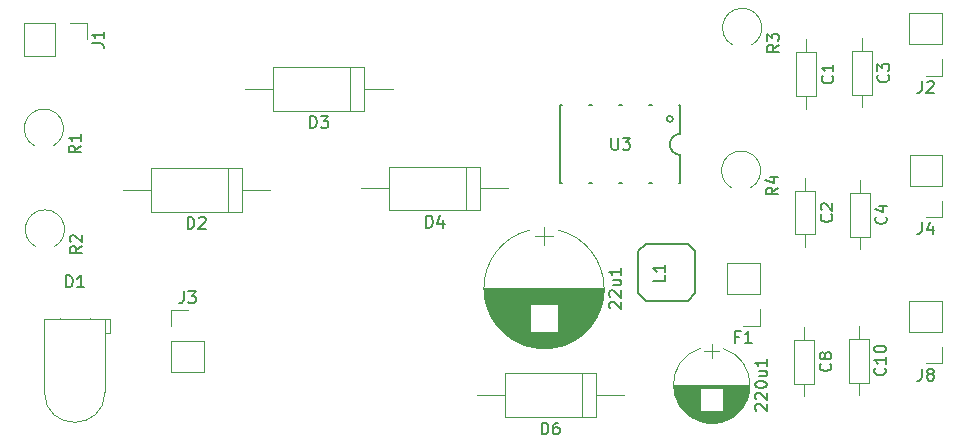
<source format=gbr>
G04 #@! TF.FileFunction,Legend,Top*
%FSLAX46Y46*%
G04 Gerber Fmt 4.6, Leading zero omitted, Abs format (unit mm)*
G04 Created by KiCad (PCBNEW 4.0.5) date 04/12/17 15:31:13*
%MOMM*%
%LPD*%
G01*
G04 APERTURE LIST*
%ADD10C,0.025400*%
%ADD11C,0.120000*%
%ADD12C,0.150000*%
G04 APERTURE END LIST*
D10*
D11*
X48804194Y8169475D02*
G75*
G03X48805000Y18072333I-1179194J4951525D01*
G01*
X46445806Y8169475D02*
G75*
G02X46445000Y18072333I1179194J4951525D01*
G01*
X46445806Y8169475D02*
G75*
G03X48805000Y8169667I1179194J4951525D01*
G01*
X52675000Y13121000D02*
X42575000Y13121000D01*
X52675000Y13081000D02*
X42575000Y13081000D01*
X52675000Y13041000D02*
X42575000Y13041000D01*
X52674000Y13001000D02*
X42576000Y13001000D01*
X52673000Y12961000D02*
X42577000Y12961000D01*
X52672000Y12921000D02*
X42578000Y12921000D01*
X52670000Y12881000D02*
X42580000Y12881000D01*
X52668000Y12841000D02*
X42582000Y12841000D01*
X52665000Y12801000D02*
X42585000Y12801000D01*
X52663000Y12761000D02*
X42587000Y12761000D01*
X52660000Y12721000D02*
X42590000Y12721000D01*
X52656000Y12681000D02*
X42594000Y12681000D01*
X52653000Y12641000D02*
X42597000Y12641000D01*
X52649000Y12601000D02*
X42601000Y12601000D01*
X52645000Y12561000D02*
X42605000Y12561000D01*
X52640000Y12521000D02*
X42610000Y12521000D01*
X52635000Y12481000D02*
X42615000Y12481000D01*
X52630000Y12441000D02*
X42620000Y12441000D01*
X52624000Y12400000D02*
X42626000Y12400000D01*
X52618000Y12360000D02*
X42632000Y12360000D01*
X52612000Y12320000D02*
X42638000Y12320000D01*
X52606000Y12280000D02*
X42644000Y12280000D01*
X52599000Y12240000D02*
X42651000Y12240000D01*
X52592000Y12200000D02*
X42658000Y12200000D01*
X52584000Y12160000D02*
X42666000Y12160000D01*
X52576000Y12120000D02*
X42674000Y12120000D01*
X52568000Y12080000D02*
X42682000Y12080000D01*
X52560000Y12040000D02*
X42690000Y12040000D01*
X52551000Y12000000D02*
X42699000Y12000000D01*
X52542000Y11960000D02*
X42708000Y11960000D01*
X52532000Y11920000D02*
X42718000Y11920000D01*
X52522000Y11880000D02*
X42728000Y11880000D01*
X52512000Y11840000D02*
X42738000Y11840000D01*
X52501000Y11800000D02*
X48806000Y11800000D01*
X46444000Y11800000D02*
X42749000Y11800000D01*
X52490000Y11760000D02*
X48806000Y11760000D01*
X46444000Y11760000D02*
X42760000Y11760000D01*
X52479000Y11720000D02*
X48806000Y11720000D01*
X46444000Y11720000D02*
X42771000Y11720000D01*
X52468000Y11680000D02*
X48806000Y11680000D01*
X46444000Y11680000D02*
X42782000Y11680000D01*
X52456000Y11640000D02*
X48806000Y11640000D01*
X46444000Y11640000D02*
X42794000Y11640000D01*
X52443000Y11600000D02*
X48806000Y11600000D01*
X46444000Y11600000D02*
X42807000Y11600000D01*
X52431000Y11560000D02*
X48806000Y11560000D01*
X46444000Y11560000D02*
X42819000Y11560000D01*
X52417000Y11520000D02*
X48806000Y11520000D01*
X46444000Y11520000D02*
X42833000Y11520000D01*
X52404000Y11480000D02*
X48806000Y11480000D01*
X46444000Y11480000D02*
X42846000Y11480000D01*
X52390000Y11440000D02*
X48806000Y11440000D01*
X46444000Y11440000D02*
X42860000Y11440000D01*
X52376000Y11400000D02*
X48806000Y11400000D01*
X46444000Y11400000D02*
X42874000Y11400000D01*
X52362000Y11360000D02*
X48806000Y11360000D01*
X46444000Y11360000D02*
X42888000Y11360000D01*
X52347000Y11320000D02*
X48806000Y11320000D01*
X46444000Y11320000D02*
X42903000Y11320000D01*
X52331000Y11280000D02*
X48806000Y11280000D01*
X46444000Y11280000D02*
X42919000Y11280000D01*
X52316000Y11240000D02*
X48806000Y11240000D01*
X46444000Y11240000D02*
X42934000Y11240000D01*
X52299000Y11200000D02*
X48806000Y11200000D01*
X46444000Y11200000D02*
X42951000Y11200000D01*
X52283000Y11160000D02*
X48806000Y11160000D01*
X46444000Y11160000D02*
X42967000Y11160000D01*
X52266000Y11120000D02*
X48806000Y11120000D01*
X46444000Y11120000D02*
X42984000Y11120000D01*
X52249000Y11080000D02*
X48806000Y11080000D01*
X46444000Y11080000D02*
X43001000Y11080000D01*
X52231000Y11040000D02*
X48806000Y11040000D01*
X46444000Y11040000D02*
X43019000Y11040000D01*
X52213000Y11000000D02*
X48806000Y11000000D01*
X46444000Y11000000D02*
X43037000Y11000000D01*
X52194000Y10960000D02*
X48806000Y10960000D01*
X46444000Y10960000D02*
X43056000Y10960000D01*
X52175000Y10920000D02*
X48806000Y10920000D01*
X46444000Y10920000D02*
X43075000Y10920000D01*
X52156000Y10880000D02*
X48806000Y10880000D01*
X46444000Y10880000D02*
X43094000Y10880000D01*
X52136000Y10840000D02*
X48806000Y10840000D01*
X46444000Y10840000D02*
X43114000Y10840000D01*
X52116000Y10800000D02*
X48806000Y10800000D01*
X46444000Y10800000D02*
X43134000Y10800000D01*
X52095000Y10760000D02*
X48806000Y10760000D01*
X46444000Y10760000D02*
X43155000Y10760000D01*
X52074000Y10720000D02*
X48806000Y10720000D01*
X46444000Y10720000D02*
X43176000Y10720000D01*
X52053000Y10680000D02*
X48806000Y10680000D01*
X46444000Y10680000D02*
X43197000Y10680000D01*
X52030000Y10640000D02*
X48806000Y10640000D01*
X46444000Y10640000D02*
X43220000Y10640000D01*
X52008000Y10600000D02*
X48806000Y10600000D01*
X46444000Y10600000D02*
X43242000Y10600000D01*
X51985000Y10560000D02*
X48806000Y10560000D01*
X46444000Y10560000D02*
X43265000Y10560000D01*
X51961000Y10520000D02*
X48806000Y10520000D01*
X46444000Y10520000D02*
X43289000Y10520000D01*
X51937000Y10480000D02*
X48806000Y10480000D01*
X46444000Y10480000D02*
X43313000Y10480000D01*
X51913000Y10440000D02*
X48806000Y10440000D01*
X46444000Y10440000D02*
X43337000Y10440000D01*
X51888000Y10400000D02*
X48806000Y10400000D01*
X46444000Y10400000D02*
X43362000Y10400000D01*
X51862000Y10360000D02*
X48806000Y10360000D01*
X46444000Y10360000D02*
X43388000Y10360000D01*
X51836000Y10320000D02*
X48806000Y10320000D01*
X46444000Y10320000D02*
X43414000Y10320000D01*
X51810000Y10280000D02*
X48806000Y10280000D01*
X46444000Y10280000D02*
X43440000Y10280000D01*
X51782000Y10240000D02*
X48806000Y10240000D01*
X46444000Y10240000D02*
X43468000Y10240000D01*
X51755000Y10200000D02*
X48806000Y10200000D01*
X46444000Y10200000D02*
X43495000Y10200000D01*
X51726000Y10160000D02*
X48806000Y10160000D01*
X46444000Y10160000D02*
X43524000Y10160000D01*
X51697000Y10120000D02*
X48806000Y10120000D01*
X46444000Y10120000D02*
X43553000Y10120000D01*
X51668000Y10080000D02*
X48806000Y10080000D01*
X46444000Y10080000D02*
X43582000Y10080000D01*
X51638000Y10040000D02*
X48806000Y10040000D01*
X46444000Y10040000D02*
X43612000Y10040000D01*
X51607000Y10000000D02*
X48806000Y10000000D01*
X46444000Y10000000D02*
X43643000Y10000000D01*
X51576000Y9960000D02*
X48806000Y9960000D01*
X46444000Y9960000D02*
X43674000Y9960000D01*
X51544000Y9920000D02*
X48806000Y9920000D01*
X46444000Y9920000D02*
X43706000Y9920000D01*
X51511000Y9880000D02*
X48806000Y9880000D01*
X46444000Y9880000D02*
X43739000Y9880000D01*
X51478000Y9840000D02*
X48806000Y9840000D01*
X46444000Y9840000D02*
X43772000Y9840000D01*
X51444000Y9800000D02*
X48806000Y9800000D01*
X46444000Y9800000D02*
X43806000Y9800000D01*
X51409000Y9760000D02*
X48806000Y9760000D01*
X46444000Y9760000D02*
X43841000Y9760000D01*
X51373000Y9720000D02*
X48806000Y9720000D01*
X46444000Y9720000D02*
X43877000Y9720000D01*
X51337000Y9680000D02*
X48806000Y9680000D01*
X46444000Y9680000D02*
X43913000Y9680000D01*
X51300000Y9640000D02*
X48806000Y9640000D01*
X46444000Y9640000D02*
X43950000Y9640000D01*
X51262000Y9600000D02*
X48806000Y9600000D01*
X46444000Y9600000D02*
X43988000Y9600000D01*
X51223000Y9560000D02*
X48806000Y9560000D01*
X46444000Y9560000D02*
X44027000Y9560000D01*
X51184000Y9520000D02*
X48806000Y9520000D01*
X46444000Y9520000D02*
X44066000Y9520000D01*
X51143000Y9480000D02*
X48806000Y9480000D01*
X46444000Y9480000D02*
X44107000Y9480000D01*
X51102000Y9440000D02*
X44148000Y9440000D01*
X51060000Y9400000D02*
X44190000Y9400000D01*
X51016000Y9360000D02*
X44234000Y9360000D01*
X50972000Y9320000D02*
X44278000Y9320000D01*
X50927000Y9280000D02*
X44323000Y9280000D01*
X50880000Y9240000D02*
X44370000Y9240000D01*
X50832000Y9200000D02*
X44418000Y9200000D01*
X50783000Y9160000D02*
X44467000Y9160000D01*
X50733000Y9120000D02*
X44517000Y9120000D01*
X50682000Y9080000D02*
X44568000Y9080000D01*
X50629000Y9040000D02*
X44621000Y9040000D01*
X50574000Y9000000D02*
X44676000Y9000000D01*
X50519000Y8960000D02*
X44731000Y8960000D01*
X50461000Y8920000D02*
X44789000Y8920000D01*
X50402000Y8880000D02*
X44848000Y8880000D01*
X50340000Y8840000D02*
X44910000Y8840000D01*
X50277000Y8800000D02*
X44973000Y8800000D01*
X50212000Y8760000D02*
X45038000Y8760000D01*
X50144000Y8720000D02*
X45106000Y8720000D01*
X50074000Y8680000D02*
X45176000Y8680000D01*
X50002000Y8640000D02*
X45248000Y8640000D01*
X49926000Y8600000D02*
X45324000Y8600000D01*
X49847000Y8560000D02*
X45403000Y8560000D01*
X49765000Y8520000D02*
X45485000Y8520000D01*
X49678000Y8480000D02*
X45572000Y8480000D01*
X49587000Y8440000D02*
X45663000Y8440000D01*
X49491000Y8400000D02*
X45759000Y8400000D01*
X49388000Y8360000D02*
X45862000Y8360000D01*
X49279000Y8320000D02*
X45971000Y8320000D01*
X49161000Y8280000D02*
X46089000Y8280000D01*
X49032000Y8240000D02*
X46218000Y8240000D01*
X48890000Y8200000D02*
X46360000Y8200000D01*
X48729000Y8160000D02*
X46521000Y8160000D01*
X48538000Y8120000D02*
X46712000Y8120000D01*
X48297000Y8080000D02*
X46953000Y8080000D01*
X47904000Y8040000D02*
X47346000Y8040000D01*
X47625000Y18321000D02*
X47625000Y16821000D01*
X48375000Y17571000D02*
X46875000Y17571000D01*
X62802957Y1859160D02*
G75*
G03X62803600Y8035836I-979357J3088440D01*
G01*
X60844243Y1859160D02*
G75*
G02X60843600Y8035836I979357J3088440D01*
G01*
X60844243Y1859160D02*
G75*
G03X62803600Y1859364I979357J3088440D01*
G01*
X65023600Y4947600D02*
X58623600Y4947600D01*
X65023600Y4907600D02*
X58623600Y4907600D01*
X65023600Y4867600D02*
X58623600Y4867600D01*
X65021600Y4827600D02*
X58625600Y4827600D01*
X65020600Y4787600D02*
X58626600Y4787600D01*
X65017600Y4747600D02*
X58629600Y4747600D01*
X65015600Y4707600D02*
X58631600Y4707600D01*
X65011600Y4667600D02*
X62803600Y4667600D01*
X60843600Y4667600D02*
X58635600Y4667600D01*
X65008600Y4627600D02*
X62803600Y4627600D01*
X60843600Y4627600D02*
X58638600Y4627600D01*
X65003600Y4587600D02*
X62803600Y4587600D01*
X60843600Y4587600D02*
X58643600Y4587600D01*
X64999600Y4547600D02*
X62803600Y4547600D01*
X60843600Y4547600D02*
X58647600Y4547600D01*
X64993600Y4507600D02*
X62803600Y4507600D01*
X60843600Y4507600D02*
X58653600Y4507600D01*
X64988600Y4467600D02*
X62803600Y4467600D01*
X60843600Y4467600D02*
X58658600Y4467600D01*
X64981600Y4427600D02*
X62803600Y4427600D01*
X60843600Y4427600D02*
X58665600Y4427600D01*
X64975600Y4387600D02*
X62803600Y4387600D01*
X60843600Y4387600D02*
X58671600Y4387600D01*
X64967600Y4347600D02*
X62803600Y4347600D01*
X60843600Y4347600D02*
X58679600Y4347600D01*
X64960600Y4307600D02*
X62803600Y4307600D01*
X60843600Y4307600D02*
X58686600Y4307600D01*
X64951600Y4267600D02*
X62803600Y4267600D01*
X60843600Y4267600D02*
X58695600Y4267600D01*
X64942600Y4226600D02*
X62803600Y4226600D01*
X60843600Y4226600D02*
X58704600Y4226600D01*
X64933600Y4186600D02*
X62803600Y4186600D01*
X60843600Y4186600D02*
X58713600Y4186600D01*
X64923600Y4146600D02*
X62803600Y4146600D01*
X60843600Y4146600D02*
X58723600Y4146600D01*
X64913600Y4106600D02*
X62803600Y4106600D01*
X60843600Y4106600D02*
X58733600Y4106600D01*
X64902600Y4066600D02*
X62803600Y4066600D01*
X60843600Y4066600D02*
X58744600Y4066600D01*
X64890600Y4026600D02*
X62803600Y4026600D01*
X60843600Y4026600D02*
X58756600Y4026600D01*
X64878600Y3986600D02*
X62803600Y3986600D01*
X60843600Y3986600D02*
X58768600Y3986600D01*
X64865600Y3946600D02*
X62803600Y3946600D01*
X60843600Y3946600D02*
X58781600Y3946600D01*
X64852600Y3906600D02*
X62803600Y3906600D01*
X60843600Y3906600D02*
X58794600Y3906600D01*
X64838600Y3866600D02*
X62803600Y3866600D01*
X60843600Y3866600D02*
X58808600Y3866600D01*
X64824600Y3826600D02*
X62803600Y3826600D01*
X60843600Y3826600D02*
X58822600Y3826600D01*
X64809600Y3786600D02*
X62803600Y3786600D01*
X60843600Y3786600D02*
X58837600Y3786600D01*
X64793600Y3746600D02*
X62803600Y3746600D01*
X60843600Y3746600D02*
X58853600Y3746600D01*
X64777600Y3706600D02*
X62803600Y3706600D01*
X60843600Y3706600D02*
X58869600Y3706600D01*
X64760600Y3666600D02*
X62803600Y3666600D01*
X60843600Y3666600D02*
X58886600Y3666600D01*
X64742600Y3626600D02*
X62803600Y3626600D01*
X60843600Y3626600D02*
X58904600Y3626600D01*
X64724600Y3586600D02*
X62803600Y3586600D01*
X60843600Y3586600D02*
X58922600Y3586600D01*
X64705600Y3546600D02*
X62803600Y3546600D01*
X60843600Y3546600D02*
X58941600Y3546600D01*
X64686600Y3506600D02*
X62803600Y3506600D01*
X60843600Y3506600D02*
X58960600Y3506600D01*
X64666600Y3466600D02*
X62803600Y3466600D01*
X60843600Y3466600D02*
X58980600Y3466600D01*
X64645600Y3426600D02*
X62803600Y3426600D01*
X60843600Y3426600D02*
X59001600Y3426600D01*
X64623600Y3386600D02*
X62803600Y3386600D01*
X60843600Y3386600D02*
X59023600Y3386600D01*
X64601600Y3346600D02*
X62803600Y3346600D01*
X60843600Y3346600D02*
X59045600Y3346600D01*
X64578600Y3306600D02*
X62803600Y3306600D01*
X60843600Y3306600D02*
X59068600Y3306600D01*
X64554600Y3266600D02*
X62803600Y3266600D01*
X60843600Y3266600D02*
X59092600Y3266600D01*
X64529600Y3226600D02*
X62803600Y3226600D01*
X60843600Y3226600D02*
X59117600Y3226600D01*
X64504600Y3186600D02*
X62803600Y3186600D01*
X60843600Y3186600D02*
X59142600Y3186600D01*
X64477600Y3146600D02*
X62803600Y3146600D01*
X60843600Y3146600D02*
X59169600Y3146600D01*
X64450600Y3106600D02*
X62803600Y3106600D01*
X60843600Y3106600D02*
X59196600Y3106600D01*
X64422600Y3066600D02*
X62803600Y3066600D01*
X60843600Y3066600D02*
X59224600Y3066600D01*
X64393600Y3026600D02*
X62803600Y3026600D01*
X60843600Y3026600D02*
X59253600Y3026600D01*
X64363600Y2986600D02*
X62803600Y2986600D01*
X60843600Y2986600D02*
X59283600Y2986600D01*
X64333600Y2946600D02*
X62803600Y2946600D01*
X60843600Y2946600D02*
X59313600Y2946600D01*
X64301600Y2906600D02*
X62803600Y2906600D01*
X60843600Y2906600D02*
X59345600Y2906600D01*
X64268600Y2866600D02*
X62803600Y2866600D01*
X60843600Y2866600D02*
X59378600Y2866600D01*
X64234600Y2826600D02*
X62803600Y2826600D01*
X60843600Y2826600D02*
X59412600Y2826600D01*
X64198600Y2786600D02*
X62803600Y2786600D01*
X60843600Y2786600D02*
X59448600Y2786600D01*
X64162600Y2746600D02*
X62803600Y2746600D01*
X60843600Y2746600D02*
X59484600Y2746600D01*
X64124600Y2706600D02*
X59522600Y2706600D01*
X64085600Y2666600D02*
X59561600Y2666600D01*
X64045600Y2626600D02*
X59601600Y2626600D01*
X64003600Y2586600D02*
X59643600Y2586600D01*
X63960600Y2546600D02*
X59686600Y2546600D01*
X63915600Y2506600D02*
X59731600Y2506600D01*
X63868600Y2466600D02*
X59778600Y2466600D01*
X63820600Y2426600D02*
X59826600Y2426600D01*
X63769600Y2386600D02*
X59877600Y2386600D01*
X63717600Y2346600D02*
X59929600Y2346600D01*
X63662600Y2306600D02*
X59984600Y2306600D01*
X63604600Y2266600D02*
X60042600Y2266600D01*
X63544600Y2226600D02*
X60102600Y2226600D01*
X63481600Y2186600D02*
X60165600Y2186600D01*
X63414600Y2146600D02*
X60232600Y2146600D01*
X63343600Y2106600D02*
X60303600Y2106600D01*
X63268600Y2066600D02*
X60378600Y2066600D01*
X63187600Y2026600D02*
X60459600Y2026600D01*
X63101600Y1986600D02*
X60545600Y1986600D01*
X63007600Y1946600D02*
X60639600Y1946600D01*
X62904600Y1906600D02*
X60742600Y1906600D01*
X62789600Y1866600D02*
X60857600Y1866600D01*
X62657600Y1826600D02*
X60989600Y1826600D01*
X62499600Y1786600D02*
X61147600Y1786600D01*
X62291600Y1746600D02*
X61355600Y1746600D01*
X61823600Y8397600D02*
X61823600Y7197600D01*
X62473600Y7797600D02*
X61173600Y7797600D01*
X65880600Y12623800D02*
X65880600Y15283800D01*
X65880600Y15283800D02*
X63100600Y15283800D01*
X63100600Y15283800D02*
X63100600Y12623800D01*
X63100600Y12623800D02*
X65880600Y12623800D01*
X65880600Y11353800D02*
X65880600Y9963800D01*
X65880600Y9963800D02*
X64490600Y9963800D01*
X6235700Y35591100D02*
X3575700Y35591100D01*
X3575700Y35591100D02*
X3575700Y32811100D01*
X3575700Y32811100D02*
X6235700Y32811100D01*
X6235700Y32811100D02*
X6235700Y35591100D01*
X7505700Y35591100D02*
X8895700Y35591100D01*
X8895700Y35591100D02*
X8895700Y34201100D01*
X81349200Y33782000D02*
X81349200Y36442000D01*
X81349200Y36442000D02*
X78569200Y36442000D01*
X78569200Y36442000D02*
X78569200Y33782000D01*
X78569200Y33782000D02*
X81349200Y33782000D01*
X81349200Y32512000D02*
X81349200Y31122000D01*
X81349200Y31122000D02*
X79959200Y31122000D01*
X16072500Y8661400D02*
X16072500Y6001400D01*
X16072500Y6001400D02*
X18852500Y6001400D01*
X18852500Y6001400D02*
X18852500Y8661400D01*
X18852500Y8661400D02*
X16072500Y8661400D01*
X16072500Y9931400D02*
X16072500Y11321400D01*
X16072500Y11321400D02*
X17462500Y11321400D01*
X81349200Y9423400D02*
X81349200Y12083400D01*
X81349200Y12083400D02*
X78569200Y12083400D01*
X78569200Y12083400D02*
X78569200Y9423400D01*
X78569200Y9423400D02*
X81349200Y9423400D01*
X81349200Y8153400D02*
X81349200Y6763400D01*
X81349200Y6763400D02*
X79959200Y6763400D01*
D12*
X59169300Y26200100D02*
X59169300Y28613100D01*
X59169300Y24422100D02*
X59169300Y22009100D01*
X59169300Y26200100D02*
G75*
G03X58280300Y25311100I0J-889000D01*
G01*
X58280300Y25311100D02*
G75*
G03X59169300Y24422100I889000J0D01*
G01*
X58534300Y27470100D02*
G75*
G03X58534300Y27470100I-254000J0D01*
G01*
X49009300Y28613100D02*
X49136300Y28613100D01*
X51676300Y28613100D02*
X51422300Y28613100D01*
X54216300Y28613100D02*
X53962300Y28613100D01*
X56756300Y28613100D02*
X56502300Y28613100D01*
X59169300Y28613100D02*
X59042300Y28613100D01*
X59169300Y22009100D02*
X59042300Y22009100D01*
X49009300Y22009100D02*
X49136300Y22009100D01*
X51676300Y22009100D02*
X51422300Y22009100D01*
X54216300Y22009100D02*
X53962300Y22009100D01*
X56756300Y22009100D02*
X56502300Y22009100D01*
X49009300Y28613100D02*
X49009300Y22009100D01*
D11*
X81289200Y21780500D02*
X81289200Y24380500D01*
X81289200Y24380500D02*
X78629200Y24380500D01*
X78629200Y24380500D02*
X78629200Y21780500D01*
X78629200Y21780500D02*
X81289200Y21780500D01*
X81289200Y20510500D02*
X81289200Y19180500D01*
X81289200Y19180500D02*
X79959200Y19180500D01*
X10446700Y4339400D02*
G75*
G02X5326700Y4339400I-2560000J0D01*
G01*
X5326700Y10499400D02*
X5326700Y4339400D01*
X10446700Y10499400D02*
X10446700Y4339400D01*
X5326700Y10499400D02*
X10446700Y10499400D01*
X10846700Y10499400D02*
X10846700Y9379400D01*
X10846700Y9379400D02*
X10446700Y9379400D01*
X10446700Y9379400D02*
X10446700Y10499400D01*
X10446700Y10499400D02*
X10846700Y10499400D01*
X6616700Y10629400D02*
X6616700Y10499400D01*
X6616700Y10499400D02*
X6616700Y10499400D01*
X6616700Y10499400D02*
X6616700Y10629400D01*
X6616700Y10629400D02*
X6616700Y10629400D01*
X9156700Y10629400D02*
X9156700Y10499400D01*
X9156700Y10499400D02*
X9156700Y10499400D01*
X9156700Y10499400D02*
X9156700Y10629400D01*
X9156700Y10629400D02*
X9156700Y10629400D01*
X22059100Y19628400D02*
X22059100Y23348400D01*
X22059100Y23348400D02*
X14339100Y23348400D01*
X14339100Y23348400D02*
X14339100Y19628400D01*
X14339100Y19628400D02*
X22059100Y19628400D01*
X24439100Y21488400D02*
X22059100Y21488400D01*
X11959100Y21488400D02*
X14339100Y21488400D01*
X20859100Y19628400D02*
X20859100Y23348400D01*
X32422300Y28162800D02*
X32422300Y31882800D01*
X32422300Y31882800D02*
X24702300Y31882800D01*
X24702300Y31882800D02*
X24702300Y28162800D01*
X24702300Y28162800D02*
X32422300Y28162800D01*
X34802300Y30022800D02*
X32422300Y30022800D01*
X22322300Y30022800D02*
X24702300Y30022800D01*
X31222300Y28162800D02*
X31222300Y31882800D01*
X42239400Y19717300D02*
X42239400Y23437300D01*
X42239400Y23437300D02*
X34519400Y23437300D01*
X34519400Y23437300D02*
X34519400Y19717300D01*
X34519400Y19717300D02*
X42239400Y19717300D01*
X44619400Y21577300D02*
X42239400Y21577300D01*
X32139400Y21577300D02*
X34519400Y21577300D01*
X41039400Y19717300D02*
X41039400Y23437300D01*
D12*
X58039000Y16916400D02*
X59817000Y16916400D01*
X59817000Y16916400D02*
X60452000Y16281400D01*
X60452000Y16281400D02*
X60452000Y12725400D01*
X60452000Y12725400D02*
X59817000Y12090400D01*
X59817000Y12090400D02*
X56261000Y12090400D01*
X56261000Y12090400D02*
X55626000Y12725400D01*
X55626000Y12725400D02*
X55626000Y16281400D01*
X55626000Y16281400D02*
X56261000Y16916400D01*
X56261000Y16916400D02*
X58039000Y16916400D01*
D11*
X70684600Y33140100D02*
X68964600Y33140100D01*
X68964600Y33140100D02*
X68964600Y29420100D01*
X68964600Y29420100D02*
X70684600Y29420100D01*
X70684600Y29420100D02*
X70684600Y33140100D01*
X69824600Y34210100D02*
X69824600Y33140100D01*
X69824600Y28350100D02*
X69824600Y29420100D01*
X70595700Y21405300D02*
X68875700Y21405300D01*
X68875700Y21405300D02*
X68875700Y17685300D01*
X68875700Y17685300D02*
X70595700Y17685300D01*
X70595700Y17685300D02*
X70595700Y21405300D01*
X69735700Y22475300D02*
X69735700Y21405300D01*
X69735700Y16615300D02*
X69735700Y17685300D01*
X75396300Y33229000D02*
X73676300Y33229000D01*
X73676300Y33229000D02*
X73676300Y29509000D01*
X73676300Y29509000D02*
X75396300Y29509000D01*
X75396300Y29509000D02*
X75396300Y33229000D01*
X74536300Y34299000D02*
X74536300Y33229000D01*
X74536300Y28439000D02*
X74536300Y29509000D01*
X75218500Y21227500D02*
X73498500Y21227500D01*
X73498500Y21227500D02*
X73498500Y17507500D01*
X73498500Y17507500D02*
X75218500Y17507500D01*
X75218500Y17507500D02*
X75218500Y21227500D01*
X74358500Y22297500D02*
X74358500Y21227500D01*
X74358500Y16437500D02*
X74358500Y17507500D01*
X70506800Y8781500D02*
X68786800Y8781500D01*
X68786800Y8781500D02*
X68786800Y5061500D01*
X68786800Y5061500D02*
X70506800Y5061500D01*
X70506800Y5061500D02*
X70506800Y8781500D01*
X69646800Y9851500D02*
X69646800Y8781500D01*
X69646800Y3991500D02*
X69646800Y5061500D01*
X75129600Y8870400D02*
X73409600Y8870400D01*
X73409600Y8870400D02*
X73409600Y5150400D01*
X73409600Y5150400D02*
X75129600Y5150400D01*
X75129600Y5150400D02*
X75129600Y8870400D01*
X74269600Y9940400D02*
X74269600Y8870400D01*
X74269600Y4080400D02*
X74269600Y5150400D01*
X52018400Y2204000D02*
X52018400Y5924000D01*
X52018400Y5924000D02*
X44298400Y5924000D01*
X44298400Y5924000D02*
X44298400Y2204000D01*
X44298400Y2204000D02*
X52018400Y2204000D01*
X54398400Y4064000D02*
X52018400Y4064000D01*
X41918400Y4064000D02*
X44298400Y4064000D01*
X50818400Y2204000D02*
X50818400Y5924000D01*
X4483778Y25189772D02*
G75*
G02X6083200Y25190090I799422J1454828D01*
G01*
X4572678Y16655372D02*
G75*
G02X6172100Y16655690I799422J1454828D01*
G01*
X63602278Y33724172D02*
G75*
G02X65201700Y33724490I799422J1454828D01*
G01*
X63513378Y21633772D02*
G75*
G02X65112800Y21634090I799422J1454828D01*
G01*
D12*
X53232619Y11430524D02*
X53185000Y11478143D01*
X53137381Y11573381D01*
X53137381Y11811477D01*
X53185000Y11906715D01*
X53232619Y11954334D01*
X53327857Y12001953D01*
X53423095Y12001953D01*
X53565952Y11954334D01*
X54137381Y11382905D01*
X54137381Y12001953D01*
X53232619Y12382905D02*
X53185000Y12430524D01*
X53137381Y12525762D01*
X53137381Y12763858D01*
X53185000Y12859096D01*
X53232619Y12906715D01*
X53327857Y12954334D01*
X53423095Y12954334D01*
X53565952Y12906715D01*
X54137381Y12335286D01*
X54137381Y12954334D01*
X53470714Y13811477D02*
X54137381Y13811477D01*
X53470714Y13382905D02*
X53994524Y13382905D01*
X54089762Y13430524D01*
X54137381Y13525762D01*
X54137381Y13668620D01*
X54089762Y13763858D01*
X54042143Y13811477D01*
X54137381Y14811477D02*
X54137381Y14240048D01*
X54137381Y14525762D02*
X53137381Y14525762D01*
X53280238Y14430524D01*
X53375476Y14335286D01*
X53423095Y14240048D01*
X65581219Y2780933D02*
X65533600Y2828552D01*
X65485981Y2923790D01*
X65485981Y3161886D01*
X65533600Y3257124D01*
X65581219Y3304743D01*
X65676457Y3352362D01*
X65771695Y3352362D01*
X65914552Y3304743D01*
X66485981Y2733314D01*
X66485981Y3352362D01*
X65581219Y3733314D02*
X65533600Y3780933D01*
X65485981Y3876171D01*
X65485981Y4114267D01*
X65533600Y4209505D01*
X65581219Y4257124D01*
X65676457Y4304743D01*
X65771695Y4304743D01*
X65914552Y4257124D01*
X66485981Y3685695D01*
X66485981Y4304743D01*
X65485981Y4923790D02*
X65485981Y5019029D01*
X65533600Y5114267D01*
X65581219Y5161886D01*
X65676457Y5209505D01*
X65866933Y5257124D01*
X66105029Y5257124D01*
X66295505Y5209505D01*
X66390743Y5161886D01*
X66438362Y5114267D01*
X66485981Y5019029D01*
X66485981Y4923790D01*
X66438362Y4828552D01*
X66390743Y4780933D01*
X66295505Y4733314D01*
X66105029Y4685695D01*
X65866933Y4685695D01*
X65676457Y4733314D01*
X65581219Y4780933D01*
X65533600Y4828552D01*
X65485981Y4923790D01*
X65819314Y6114267D02*
X66485981Y6114267D01*
X65819314Y5685695D02*
X66343124Y5685695D01*
X66438362Y5733314D01*
X66485981Y5828552D01*
X66485981Y5971410D01*
X66438362Y6066648D01*
X66390743Y6114267D01*
X66485981Y7114267D02*
X66485981Y6542838D01*
X66485981Y6828552D02*
X65485981Y6828552D01*
X65628838Y6733314D01*
X65724076Y6638076D01*
X65771695Y6542838D01*
X64157267Y9035229D02*
X63823933Y9035229D01*
X63823933Y8511419D02*
X63823933Y9511419D01*
X64300124Y9511419D01*
X65204886Y8511419D02*
X64633457Y8511419D01*
X64919171Y8511419D02*
X64919171Y9511419D01*
X64823933Y9368562D01*
X64728695Y9273324D01*
X64633457Y9225705D01*
X9348081Y33867767D02*
X10062367Y33867767D01*
X10205224Y33820147D01*
X10300462Y33724909D01*
X10348081Y33582052D01*
X10348081Y33486814D01*
X10348081Y34867767D02*
X10348081Y34296338D01*
X10348081Y34582052D02*
X9348081Y34582052D01*
X9490938Y34486814D01*
X9586176Y34391576D01*
X9633795Y34296338D01*
X79625867Y30669619D02*
X79625867Y29955333D01*
X79578247Y29812476D01*
X79483009Y29717238D01*
X79340152Y29669619D01*
X79244914Y29669619D01*
X80054438Y30574381D02*
X80102057Y30622000D01*
X80197295Y30669619D01*
X80435391Y30669619D01*
X80530629Y30622000D01*
X80578248Y30574381D01*
X80625867Y30479143D01*
X80625867Y30383905D01*
X80578248Y30241048D01*
X80006819Y29669619D01*
X80625867Y29669619D01*
X17129167Y12869019D02*
X17129167Y12154733D01*
X17081547Y12011876D01*
X16986309Y11916638D01*
X16843452Y11869019D01*
X16748214Y11869019D01*
X17510119Y12869019D02*
X18129167Y12869019D01*
X17795833Y12488067D01*
X17938691Y12488067D01*
X18033929Y12440448D01*
X18081548Y12392829D01*
X18129167Y12297590D01*
X18129167Y12059495D01*
X18081548Y11964257D01*
X18033929Y11916638D01*
X17938691Y11869019D01*
X17652976Y11869019D01*
X17557738Y11916638D01*
X17510119Y11964257D01*
X79625867Y6311019D02*
X79625867Y5596733D01*
X79578247Y5453876D01*
X79483009Y5358638D01*
X79340152Y5311019D01*
X79244914Y5311019D01*
X80244914Y5882448D02*
X80149676Y5930067D01*
X80102057Y5977686D01*
X80054438Y6072924D01*
X80054438Y6120543D01*
X80102057Y6215781D01*
X80149676Y6263400D01*
X80244914Y6311019D01*
X80435391Y6311019D01*
X80530629Y6263400D01*
X80578248Y6215781D01*
X80625867Y6120543D01*
X80625867Y6072924D01*
X80578248Y5977686D01*
X80530629Y5930067D01*
X80435391Y5882448D01*
X80244914Y5882448D01*
X80149676Y5834829D01*
X80102057Y5787210D01*
X80054438Y5691971D01*
X80054438Y5501495D01*
X80102057Y5406257D01*
X80149676Y5358638D01*
X80244914Y5311019D01*
X80435391Y5311019D01*
X80530629Y5358638D01*
X80578248Y5406257D01*
X80625867Y5501495D01*
X80625867Y5691971D01*
X80578248Y5787210D01*
X80530629Y5834829D01*
X80435391Y5882448D01*
X53327395Y25858719D02*
X53327395Y25049195D01*
X53375014Y24953957D01*
X53422633Y24906338D01*
X53517871Y24858719D01*
X53708348Y24858719D01*
X53803586Y24906338D01*
X53851205Y24953957D01*
X53898824Y25049195D01*
X53898824Y25858719D01*
X54279776Y25858719D02*
X54898824Y25858719D01*
X54565490Y25477767D01*
X54708348Y25477767D01*
X54803586Y25430148D01*
X54851205Y25382529D01*
X54898824Y25287290D01*
X54898824Y25049195D01*
X54851205Y24953957D01*
X54803586Y24906338D01*
X54708348Y24858719D01*
X54422633Y24858719D01*
X54327395Y24906338D01*
X54279776Y24953957D01*
X79625867Y18728119D02*
X79625867Y18013833D01*
X79578247Y17870976D01*
X79483009Y17775738D01*
X79340152Y17728119D01*
X79244914Y17728119D01*
X80530629Y18394786D02*
X80530629Y17728119D01*
X80292533Y18775738D02*
X80054438Y18061452D01*
X80673486Y18061452D01*
X7148605Y13217019D02*
X7148605Y14217019D01*
X7386700Y14217019D01*
X7529558Y14169400D01*
X7624796Y14074162D01*
X7672415Y13978924D01*
X7720034Y13788448D01*
X7720034Y13645590D01*
X7672415Y13455114D01*
X7624796Y13359876D01*
X7529558Y13264638D01*
X7386700Y13217019D01*
X7148605Y13217019D01*
X8672415Y13217019D02*
X8100986Y13217019D01*
X8386700Y13217019D02*
X8386700Y14217019D01*
X8291462Y14074162D01*
X8196224Y13978924D01*
X8100986Y13931305D01*
X17461005Y18176019D02*
X17461005Y19176019D01*
X17699100Y19176019D01*
X17841958Y19128400D01*
X17937196Y19033162D01*
X17984815Y18937924D01*
X18032434Y18747448D01*
X18032434Y18604590D01*
X17984815Y18414114D01*
X17937196Y18318876D01*
X17841958Y18223638D01*
X17699100Y18176019D01*
X17461005Y18176019D01*
X18413386Y19080781D02*
X18461005Y19128400D01*
X18556243Y19176019D01*
X18794339Y19176019D01*
X18889577Y19128400D01*
X18937196Y19080781D01*
X18984815Y18985543D01*
X18984815Y18890305D01*
X18937196Y18747448D01*
X18365767Y18176019D01*
X18984815Y18176019D01*
X27824205Y26710419D02*
X27824205Y27710419D01*
X28062300Y27710419D01*
X28205158Y27662800D01*
X28300396Y27567562D01*
X28348015Y27472324D01*
X28395634Y27281848D01*
X28395634Y27138990D01*
X28348015Y26948514D01*
X28300396Y26853276D01*
X28205158Y26758038D01*
X28062300Y26710419D01*
X27824205Y26710419D01*
X28728967Y27710419D02*
X29348015Y27710419D01*
X29014681Y27329467D01*
X29157539Y27329467D01*
X29252777Y27281848D01*
X29300396Y27234229D01*
X29348015Y27138990D01*
X29348015Y26900895D01*
X29300396Y26805657D01*
X29252777Y26758038D01*
X29157539Y26710419D01*
X28871824Y26710419D01*
X28776586Y26758038D01*
X28728967Y26805657D01*
X37641305Y18264919D02*
X37641305Y19264919D01*
X37879400Y19264919D01*
X38022258Y19217300D01*
X38117496Y19122062D01*
X38165115Y19026824D01*
X38212734Y18836348D01*
X38212734Y18693490D01*
X38165115Y18503014D01*
X38117496Y18407776D01*
X38022258Y18312538D01*
X37879400Y18264919D01*
X37641305Y18264919D01*
X39069877Y18931586D02*
X39069877Y18264919D01*
X38831781Y19312538D02*
X38593686Y18598252D01*
X39212734Y18598252D01*
X57891941Y14237674D02*
X57891941Y13761483D01*
X56891941Y13761483D01*
X57891941Y15094817D02*
X57891941Y14523388D01*
X57891941Y14809102D02*
X56891941Y14809102D01*
X57034798Y14713864D01*
X57130036Y14618626D01*
X57177655Y14523388D01*
X72041743Y31113434D02*
X72089362Y31065815D01*
X72136981Y30922958D01*
X72136981Y30827720D01*
X72089362Y30684862D01*
X71994124Y30589624D01*
X71898886Y30542005D01*
X71708410Y30494386D01*
X71565552Y30494386D01*
X71375076Y30542005D01*
X71279838Y30589624D01*
X71184600Y30684862D01*
X71136981Y30827720D01*
X71136981Y30922958D01*
X71184600Y31065815D01*
X71232219Y31113434D01*
X72136981Y32065815D02*
X72136981Y31494386D01*
X72136981Y31780100D02*
X71136981Y31780100D01*
X71279838Y31684862D01*
X71375076Y31589624D01*
X71422695Y31494386D01*
X71952843Y19378634D02*
X72000462Y19331015D01*
X72048081Y19188158D01*
X72048081Y19092920D01*
X72000462Y18950062D01*
X71905224Y18854824D01*
X71809986Y18807205D01*
X71619510Y18759586D01*
X71476652Y18759586D01*
X71286176Y18807205D01*
X71190938Y18854824D01*
X71095700Y18950062D01*
X71048081Y19092920D01*
X71048081Y19188158D01*
X71095700Y19331015D01*
X71143319Y19378634D01*
X71143319Y19759586D02*
X71095700Y19807205D01*
X71048081Y19902443D01*
X71048081Y20140539D01*
X71095700Y20235777D01*
X71143319Y20283396D01*
X71238557Y20331015D01*
X71333795Y20331015D01*
X71476652Y20283396D01*
X72048081Y19711967D01*
X72048081Y20331015D01*
X76753443Y31202334D02*
X76801062Y31154715D01*
X76848681Y31011858D01*
X76848681Y30916620D01*
X76801062Y30773762D01*
X76705824Y30678524D01*
X76610586Y30630905D01*
X76420110Y30583286D01*
X76277252Y30583286D01*
X76086776Y30630905D01*
X75991538Y30678524D01*
X75896300Y30773762D01*
X75848681Y30916620D01*
X75848681Y31011858D01*
X75896300Y31154715D01*
X75943919Y31202334D01*
X75848681Y31535667D02*
X75848681Y32154715D01*
X76229633Y31821381D01*
X76229633Y31964239D01*
X76277252Y32059477D01*
X76324871Y32107096D01*
X76420110Y32154715D01*
X76658205Y32154715D01*
X76753443Y32107096D01*
X76801062Y32059477D01*
X76848681Y31964239D01*
X76848681Y31678524D01*
X76801062Y31583286D01*
X76753443Y31535667D01*
X76575643Y19200834D02*
X76623262Y19153215D01*
X76670881Y19010358D01*
X76670881Y18915120D01*
X76623262Y18772262D01*
X76528024Y18677024D01*
X76432786Y18629405D01*
X76242310Y18581786D01*
X76099452Y18581786D01*
X75908976Y18629405D01*
X75813738Y18677024D01*
X75718500Y18772262D01*
X75670881Y18915120D01*
X75670881Y19010358D01*
X75718500Y19153215D01*
X75766119Y19200834D01*
X76004214Y20057977D02*
X76670881Y20057977D01*
X75623262Y19819881D02*
X76337548Y19581786D01*
X76337548Y20200834D01*
X71863943Y6754834D02*
X71911562Y6707215D01*
X71959181Y6564358D01*
X71959181Y6469120D01*
X71911562Y6326262D01*
X71816324Y6231024D01*
X71721086Y6183405D01*
X71530610Y6135786D01*
X71387752Y6135786D01*
X71197276Y6183405D01*
X71102038Y6231024D01*
X71006800Y6326262D01*
X70959181Y6469120D01*
X70959181Y6564358D01*
X71006800Y6707215D01*
X71054419Y6754834D01*
X71387752Y7326262D02*
X71340133Y7231024D01*
X71292514Y7183405D01*
X71197276Y7135786D01*
X71149657Y7135786D01*
X71054419Y7183405D01*
X71006800Y7231024D01*
X70959181Y7326262D01*
X70959181Y7516739D01*
X71006800Y7611977D01*
X71054419Y7659596D01*
X71149657Y7707215D01*
X71197276Y7707215D01*
X71292514Y7659596D01*
X71340133Y7611977D01*
X71387752Y7516739D01*
X71387752Y7326262D01*
X71435371Y7231024D01*
X71482990Y7183405D01*
X71578229Y7135786D01*
X71768705Y7135786D01*
X71863943Y7183405D01*
X71911562Y7231024D01*
X71959181Y7326262D01*
X71959181Y7516739D01*
X71911562Y7611977D01*
X71863943Y7659596D01*
X71768705Y7707215D01*
X71578229Y7707215D01*
X71482990Y7659596D01*
X71435371Y7611977D01*
X71387752Y7516739D01*
X76486743Y6367543D02*
X76534362Y6319924D01*
X76581981Y6177067D01*
X76581981Y6081829D01*
X76534362Y5938971D01*
X76439124Y5843733D01*
X76343886Y5796114D01*
X76153410Y5748495D01*
X76010552Y5748495D01*
X75820076Y5796114D01*
X75724838Y5843733D01*
X75629600Y5938971D01*
X75581981Y6081829D01*
X75581981Y6177067D01*
X75629600Y6319924D01*
X75677219Y6367543D01*
X76581981Y7319924D02*
X76581981Y6748495D01*
X76581981Y7034209D02*
X75581981Y7034209D01*
X75724838Y6938971D01*
X75820076Y6843733D01*
X75867695Y6748495D01*
X75581981Y7938971D02*
X75581981Y8034210D01*
X75629600Y8129448D01*
X75677219Y8177067D01*
X75772457Y8224686D01*
X75962933Y8272305D01*
X76201029Y8272305D01*
X76391505Y8224686D01*
X76486743Y8177067D01*
X76534362Y8129448D01*
X76581981Y8034210D01*
X76581981Y7938971D01*
X76534362Y7843733D01*
X76486743Y7796114D01*
X76391505Y7748495D01*
X76201029Y7700876D01*
X75962933Y7700876D01*
X75772457Y7748495D01*
X75677219Y7796114D01*
X75629600Y7843733D01*
X75581981Y7938971D01*
X47420305Y751619D02*
X47420305Y1751619D01*
X47658400Y1751619D01*
X47801258Y1704000D01*
X47896496Y1608762D01*
X47944115Y1513524D01*
X47991734Y1323048D01*
X47991734Y1180190D01*
X47944115Y989714D01*
X47896496Y894476D01*
X47801258Y799238D01*
X47658400Y751619D01*
X47420305Y751619D01*
X48848877Y1751619D02*
X48658400Y1751619D01*
X48563162Y1704000D01*
X48515543Y1656381D01*
X48420305Y1513524D01*
X48372686Y1323048D01*
X48372686Y942095D01*
X48420305Y846857D01*
X48467924Y799238D01*
X48563162Y751619D01*
X48753639Y751619D01*
X48848877Y799238D01*
X48896496Y846857D01*
X48944115Y942095D01*
X48944115Y1180190D01*
X48896496Y1275429D01*
X48848877Y1323048D01*
X48753639Y1370667D01*
X48563162Y1370667D01*
X48467924Y1323048D01*
X48420305Y1275429D01*
X48372686Y1180190D01*
X8395581Y25207934D02*
X7919390Y24874600D01*
X8395581Y24636505D02*
X7395581Y24636505D01*
X7395581Y25017458D01*
X7443200Y25112696D01*
X7490819Y25160315D01*
X7586057Y25207934D01*
X7728914Y25207934D01*
X7824152Y25160315D01*
X7871771Y25112696D01*
X7919390Y25017458D01*
X7919390Y24636505D01*
X8395581Y26160315D02*
X8395581Y25588886D01*
X8395581Y25874600D02*
X7395581Y25874600D01*
X7538438Y25779362D01*
X7633676Y25684124D01*
X7681295Y25588886D01*
X8484481Y16673534D02*
X8008290Y16340200D01*
X8484481Y16102105D02*
X7484481Y16102105D01*
X7484481Y16483058D01*
X7532100Y16578296D01*
X7579719Y16625915D01*
X7674957Y16673534D01*
X7817814Y16673534D01*
X7913052Y16625915D01*
X7960671Y16578296D01*
X8008290Y16483058D01*
X8008290Y16102105D01*
X7579719Y17054486D02*
X7532100Y17102105D01*
X7484481Y17197343D01*
X7484481Y17435439D01*
X7532100Y17530677D01*
X7579719Y17578296D01*
X7674957Y17625915D01*
X7770195Y17625915D01*
X7913052Y17578296D01*
X8484481Y17006867D01*
X8484481Y17625915D01*
X67514081Y33742334D02*
X67037890Y33409000D01*
X67514081Y33170905D02*
X66514081Y33170905D01*
X66514081Y33551858D01*
X66561700Y33647096D01*
X66609319Y33694715D01*
X66704557Y33742334D01*
X66847414Y33742334D01*
X66942652Y33694715D01*
X66990271Y33647096D01*
X67037890Y33551858D01*
X67037890Y33170905D01*
X66514081Y34075667D02*
X66514081Y34694715D01*
X66895033Y34361381D01*
X66895033Y34504239D01*
X66942652Y34599477D01*
X66990271Y34647096D01*
X67085510Y34694715D01*
X67323605Y34694715D01*
X67418843Y34647096D01*
X67466462Y34599477D01*
X67514081Y34504239D01*
X67514081Y34218524D01*
X67466462Y34123286D01*
X67418843Y34075667D01*
X67425181Y21651934D02*
X66948990Y21318600D01*
X67425181Y21080505D02*
X66425181Y21080505D01*
X66425181Y21461458D01*
X66472800Y21556696D01*
X66520419Y21604315D01*
X66615657Y21651934D01*
X66758514Y21651934D01*
X66853752Y21604315D01*
X66901371Y21556696D01*
X66948990Y21461458D01*
X66948990Y21080505D01*
X66758514Y22509077D02*
X67425181Y22509077D01*
X66377562Y22270981D02*
X67091848Y22032886D01*
X67091848Y22651934D01*
M02*

</source>
